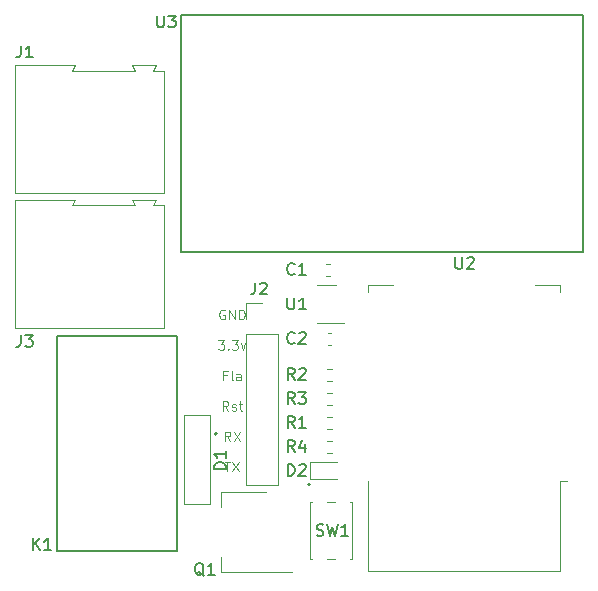
<source format=gto>
G04 #@! TF.GenerationSoftware,KiCad,Pcbnew,6.0.7-f9a2dced07~116~ubuntu20.04.1*
G04 #@! TF.CreationDate,2022-10-29T19:31:28+02:00*
G04 #@! TF.ProjectId,AC Relay,41432052-656c-4617-992e-6b696361645f,rev?*
G04 #@! TF.SameCoordinates,Original*
G04 #@! TF.FileFunction,Legend,Top*
G04 #@! TF.FilePolarity,Positive*
%FSLAX46Y46*%
G04 Gerber Fmt 4.6, Leading zero omitted, Abs format (unit mm)*
G04 Created by KiCad (PCBNEW 6.0.7-f9a2dced07~116~ubuntu20.04.1) date 2022-10-29 19:31:28*
%MOMM*%
%LPD*%
G01*
G04 APERTURE LIST*
%ADD10C,0.150000*%
%ADD11C,0.125000*%
%ADD12C,0.120000*%
G04 APERTURE END LIST*
D10*
X86100000Y-83500000D02*
G75*
G03*
X86100000Y-83500000I-100000J0D01*
G01*
X94000000Y-87800000D02*
G75*
G03*
X94000000Y-87800000I-100000J0D01*
G01*
D11*
X86766476Y-73043000D02*
X86690285Y-73004904D01*
X86576000Y-73004904D01*
X86461714Y-73043000D01*
X86385523Y-73119190D01*
X86347428Y-73195380D01*
X86309333Y-73347761D01*
X86309333Y-73462047D01*
X86347428Y-73614428D01*
X86385523Y-73690619D01*
X86461714Y-73766809D01*
X86576000Y-73804904D01*
X86652190Y-73804904D01*
X86766476Y-73766809D01*
X86804571Y-73728714D01*
X86804571Y-73462047D01*
X86652190Y-73462047D01*
X87147428Y-73804904D02*
X87147428Y-73004904D01*
X87604571Y-73804904D01*
X87604571Y-73004904D01*
X87985523Y-73804904D02*
X87985523Y-73004904D01*
X88176000Y-73004904D01*
X88290285Y-73043000D01*
X88366476Y-73119190D01*
X88404571Y-73195380D01*
X88442666Y-73347761D01*
X88442666Y-73462047D01*
X88404571Y-73614428D01*
X88366476Y-73690619D01*
X88290285Y-73766809D01*
X88176000Y-73804904D01*
X87985523Y-73804904D01*
X86233142Y-75580904D02*
X86728380Y-75580904D01*
X86461714Y-75885666D01*
X86576000Y-75885666D01*
X86652190Y-75923761D01*
X86690285Y-75961857D01*
X86728380Y-76038047D01*
X86728380Y-76228523D01*
X86690285Y-76304714D01*
X86652190Y-76342809D01*
X86576000Y-76380904D01*
X86347428Y-76380904D01*
X86271238Y-76342809D01*
X86233142Y-76304714D01*
X87071238Y-76304714D02*
X87109333Y-76342809D01*
X87071238Y-76380904D01*
X87033142Y-76342809D01*
X87071238Y-76304714D01*
X87071238Y-76380904D01*
X87376000Y-75580904D02*
X87871238Y-75580904D01*
X87604571Y-75885666D01*
X87718857Y-75885666D01*
X87795047Y-75923761D01*
X87833142Y-75961857D01*
X87871238Y-76038047D01*
X87871238Y-76228523D01*
X87833142Y-76304714D01*
X87795047Y-76342809D01*
X87718857Y-76380904D01*
X87490285Y-76380904D01*
X87414095Y-76342809D01*
X87376000Y-76304714D01*
X88137904Y-75847571D02*
X88328380Y-76380904D01*
X88518857Y-75847571D01*
X86918857Y-78537857D02*
X86652190Y-78537857D01*
X86652190Y-78956904D02*
X86652190Y-78156904D01*
X87033142Y-78156904D01*
X87452190Y-78956904D02*
X87376000Y-78918809D01*
X87337904Y-78842619D01*
X87337904Y-78156904D01*
X88099809Y-78956904D02*
X88099809Y-78537857D01*
X88061714Y-78461666D01*
X87985523Y-78423571D01*
X87833142Y-78423571D01*
X87756952Y-78461666D01*
X88099809Y-78918809D02*
X88023619Y-78956904D01*
X87833142Y-78956904D01*
X87756952Y-78918809D01*
X87718857Y-78842619D01*
X87718857Y-78766428D01*
X87756952Y-78690238D01*
X87833142Y-78652142D01*
X88023619Y-78652142D01*
X88099809Y-78614047D01*
X87071238Y-81532904D02*
X86804571Y-81151952D01*
X86614095Y-81532904D02*
X86614095Y-80732904D01*
X86918857Y-80732904D01*
X86995047Y-80771000D01*
X87033142Y-80809095D01*
X87071238Y-80885285D01*
X87071238Y-80999571D01*
X87033142Y-81075761D01*
X86995047Y-81113857D01*
X86918857Y-81151952D01*
X86614095Y-81151952D01*
X87376000Y-81494809D02*
X87452190Y-81532904D01*
X87604571Y-81532904D01*
X87680761Y-81494809D01*
X87718857Y-81418619D01*
X87718857Y-81380523D01*
X87680761Y-81304333D01*
X87604571Y-81266238D01*
X87490285Y-81266238D01*
X87414095Y-81228142D01*
X87376000Y-81151952D01*
X87376000Y-81113857D01*
X87414095Y-81037666D01*
X87490285Y-80999571D01*
X87604571Y-80999571D01*
X87680761Y-81037666D01*
X87947428Y-80999571D02*
X88252190Y-80999571D01*
X88061714Y-80732904D02*
X88061714Y-81418619D01*
X88099809Y-81494809D01*
X88176000Y-81532904D01*
X88252190Y-81532904D01*
X87242666Y-84108904D02*
X86976000Y-83727952D01*
X86785523Y-84108904D02*
X86785523Y-83308904D01*
X87090285Y-83308904D01*
X87166476Y-83347000D01*
X87204571Y-83385095D01*
X87242666Y-83461285D01*
X87242666Y-83575571D01*
X87204571Y-83651761D01*
X87166476Y-83689857D01*
X87090285Y-83727952D01*
X86785523Y-83727952D01*
X87509333Y-83308904D02*
X88042666Y-84108904D01*
X88042666Y-83308904D02*
X87509333Y-84108904D01*
X86766476Y-85884904D02*
X87223619Y-85884904D01*
X86995047Y-86684904D02*
X86995047Y-85884904D01*
X87414095Y-85884904D02*
X87947428Y-86684904D01*
X87947428Y-85884904D02*
X87414095Y-86684904D01*
D10*
X86852380Y-86488095D02*
X85852380Y-86488095D01*
X85852380Y-86250000D01*
X85900000Y-86107142D01*
X85995238Y-86011904D01*
X86090476Y-85964285D01*
X86280952Y-85916666D01*
X86423809Y-85916666D01*
X86614285Y-85964285D01*
X86709523Y-86011904D01*
X86804761Y-86107142D01*
X86852380Y-86250000D01*
X86852380Y-86488095D01*
X86852380Y-84964285D02*
X86852380Y-85535714D01*
X86852380Y-85250000D02*
X85852380Y-85250000D01*
X85995238Y-85345238D01*
X86090476Y-85440476D01*
X86138095Y-85535714D01*
X81026095Y-48093380D02*
X81026095Y-48902904D01*
X81073714Y-48998142D01*
X81121333Y-49045761D01*
X81216571Y-49093380D01*
X81407047Y-49093380D01*
X81502285Y-49045761D01*
X81549904Y-48998142D01*
X81597523Y-48902904D01*
X81597523Y-48093380D01*
X81978476Y-48093380D02*
X82597523Y-48093380D01*
X82264190Y-48474333D01*
X82407047Y-48474333D01*
X82502285Y-48521952D01*
X82549904Y-48569571D01*
X82597523Y-48664809D01*
X82597523Y-48902904D01*
X82549904Y-48998142D01*
X82502285Y-49045761D01*
X82407047Y-49093380D01*
X82121333Y-49093380D01*
X82026095Y-49045761D01*
X81978476Y-48998142D01*
X69505666Y-50633380D02*
X69505666Y-51347666D01*
X69458047Y-51490523D01*
X69362809Y-51585761D01*
X69219952Y-51633380D01*
X69124714Y-51633380D01*
X70505666Y-51633380D02*
X69934238Y-51633380D01*
X70219952Y-51633380D02*
X70219952Y-50633380D01*
X70124714Y-50776238D01*
X70029476Y-50871476D01*
X69934238Y-50919095D01*
X69505666Y-75127380D02*
X69505666Y-75841666D01*
X69458047Y-75984523D01*
X69362809Y-76079761D01*
X69219952Y-76127380D01*
X69124714Y-76127380D01*
X69886619Y-75127380D02*
X70505666Y-75127380D01*
X70172333Y-75508333D01*
X70315190Y-75508333D01*
X70410428Y-75555952D01*
X70458047Y-75603571D01*
X70505666Y-75698809D01*
X70505666Y-75936904D01*
X70458047Y-76032142D01*
X70410428Y-76079761D01*
X70315190Y-76127380D01*
X70029476Y-76127380D01*
X69934238Y-76079761D01*
X69886619Y-76032142D01*
X92670333Y-85034380D02*
X92337000Y-84558190D01*
X92098904Y-85034380D02*
X92098904Y-84034380D01*
X92479857Y-84034380D01*
X92575095Y-84082000D01*
X92622714Y-84129619D01*
X92670333Y-84224857D01*
X92670333Y-84367714D01*
X92622714Y-84462952D01*
X92575095Y-84510571D01*
X92479857Y-84558190D01*
X92098904Y-84558190D01*
X93527476Y-84367714D02*
X93527476Y-85034380D01*
X93289380Y-83986761D02*
X93051285Y-84701047D01*
X93670333Y-84701047D01*
X92670333Y-80970380D02*
X92337000Y-80494190D01*
X92098904Y-80970380D02*
X92098904Y-79970380D01*
X92479857Y-79970380D01*
X92575095Y-80018000D01*
X92622714Y-80065619D01*
X92670333Y-80160857D01*
X92670333Y-80303714D01*
X92622714Y-80398952D01*
X92575095Y-80446571D01*
X92479857Y-80494190D01*
X92098904Y-80494190D01*
X93003666Y-79970380D02*
X93622714Y-79970380D01*
X93289380Y-80351333D01*
X93432238Y-80351333D01*
X93527476Y-80398952D01*
X93575095Y-80446571D01*
X93622714Y-80541809D01*
X93622714Y-80779904D01*
X93575095Y-80875142D01*
X93527476Y-80922761D01*
X93432238Y-80970380D01*
X93146523Y-80970380D01*
X93051285Y-80922761D01*
X93003666Y-80875142D01*
X92670333Y-78938380D02*
X92337000Y-78462190D01*
X92098904Y-78938380D02*
X92098904Y-77938380D01*
X92479857Y-77938380D01*
X92575095Y-77986000D01*
X92622714Y-78033619D01*
X92670333Y-78128857D01*
X92670333Y-78271714D01*
X92622714Y-78366952D01*
X92575095Y-78414571D01*
X92479857Y-78462190D01*
X92098904Y-78462190D01*
X93051285Y-78033619D02*
X93098904Y-77986000D01*
X93194142Y-77938380D01*
X93432238Y-77938380D01*
X93527476Y-77986000D01*
X93575095Y-78033619D01*
X93622714Y-78128857D01*
X93622714Y-78224095D01*
X93575095Y-78366952D01*
X93003666Y-78938380D01*
X93622714Y-78938380D01*
X92670333Y-83002380D02*
X92337000Y-82526190D01*
X92098904Y-83002380D02*
X92098904Y-82002380D01*
X92479857Y-82002380D01*
X92575095Y-82050000D01*
X92622714Y-82097619D01*
X92670333Y-82192857D01*
X92670333Y-82335714D01*
X92622714Y-82430952D01*
X92575095Y-82478571D01*
X92479857Y-82526190D01*
X92098904Y-82526190D01*
X93622714Y-83002380D02*
X93051285Y-83002380D01*
X93337000Y-83002380D02*
X93337000Y-82002380D01*
X93241761Y-82145238D01*
X93146523Y-82240476D01*
X93051285Y-82288095D01*
X106299095Y-68540380D02*
X106299095Y-69349904D01*
X106346714Y-69445142D01*
X106394333Y-69492761D01*
X106489571Y-69540380D01*
X106680047Y-69540380D01*
X106775285Y-69492761D01*
X106822904Y-69445142D01*
X106870523Y-69349904D01*
X106870523Y-68540380D01*
X107299095Y-68635619D02*
X107346714Y-68588000D01*
X107441952Y-68540380D01*
X107680047Y-68540380D01*
X107775285Y-68588000D01*
X107822904Y-68635619D01*
X107870523Y-68730857D01*
X107870523Y-68826095D01*
X107822904Y-68968952D01*
X107251476Y-69540380D01*
X107870523Y-69540380D01*
X92075095Y-71969380D02*
X92075095Y-72778904D01*
X92122714Y-72874142D01*
X92170333Y-72921761D01*
X92265571Y-72969380D01*
X92456047Y-72969380D01*
X92551285Y-72921761D01*
X92598904Y-72874142D01*
X92646523Y-72778904D01*
X92646523Y-71969380D01*
X93646523Y-72969380D02*
X93075095Y-72969380D01*
X93360809Y-72969380D02*
X93360809Y-71969380D01*
X93265571Y-72112238D01*
X93170333Y-72207476D01*
X93075095Y-72255095D01*
X92098904Y-87066380D02*
X92098904Y-86066380D01*
X92337000Y-86066380D01*
X92479857Y-86114000D01*
X92575095Y-86209238D01*
X92622714Y-86304476D01*
X92670333Y-86494952D01*
X92670333Y-86637809D01*
X92622714Y-86828285D01*
X92575095Y-86923523D01*
X92479857Y-87018761D01*
X92337000Y-87066380D01*
X92098904Y-87066380D01*
X93051285Y-86161619D02*
X93098904Y-86114000D01*
X93194142Y-86066380D01*
X93432238Y-86066380D01*
X93527476Y-86114000D01*
X93575095Y-86161619D01*
X93622714Y-86256857D01*
X93622714Y-86352095D01*
X93575095Y-86494952D01*
X93003666Y-87066380D01*
X93622714Y-87066380D01*
X89328666Y-70699380D02*
X89328666Y-71413666D01*
X89281047Y-71556523D01*
X89185809Y-71651761D01*
X89042952Y-71699380D01*
X88947714Y-71699380D01*
X89757238Y-70794619D02*
X89804857Y-70747000D01*
X89900095Y-70699380D01*
X90138190Y-70699380D01*
X90233428Y-70747000D01*
X90281047Y-70794619D01*
X90328666Y-70889857D01*
X90328666Y-70985095D01*
X90281047Y-71127952D01*
X89709619Y-71699380D01*
X90328666Y-71699380D01*
X92670333Y-69953142D02*
X92622714Y-70000761D01*
X92479857Y-70048380D01*
X92384619Y-70048380D01*
X92241761Y-70000761D01*
X92146523Y-69905523D01*
X92098904Y-69810285D01*
X92051285Y-69619809D01*
X92051285Y-69476952D01*
X92098904Y-69286476D01*
X92146523Y-69191238D01*
X92241761Y-69096000D01*
X92384619Y-69048380D01*
X92479857Y-69048380D01*
X92622714Y-69096000D01*
X92670333Y-69143619D01*
X93622714Y-70048380D02*
X93051285Y-70048380D01*
X93337000Y-70048380D02*
X93337000Y-69048380D01*
X93241761Y-69191238D01*
X93146523Y-69286476D01*
X93051285Y-69334095D01*
X92670333Y-75795142D02*
X92622714Y-75842761D01*
X92479857Y-75890380D01*
X92384619Y-75890380D01*
X92241761Y-75842761D01*
X92146523Y-75747523D01*
X92098904Y-75652285D01*
X92051285Y-75461809D01*
X92051285Y-75318952D01*
X92098904Y-75128476D01*
X92146523Y-75033238D01*
X92241761Y-74938000D01*
X92384619Y-74890380D01*
X92479857Y-74890380D01*
X92622714Y-74938000D01*
X92670333Y-74985619D01*
X93051285Y-74985619D02*
X93098904Y-74938000D01*
X93194142Y-74890380D01*
X93432238Y-74890380D01*
X93527476Y-74938000D01*
X93575095Y-74985619D01*
X93622714Y-75080857D01*
X93622714Y-75176095D01*
X93575095Y-75318952D01*
X93003666Y-75890380D01*
X93622714Y-75890380D01*
X94551666Y-92098761D02*
X94694523Y-92146380D01*
X94932619Y-92146380D01*
X95027857Y-92098761D01*
X95075476Y-92051142D01*
X95123095Y-91955904D01*
X95123095Y-91860666D01*
X95075476Y-91765428D01*
X95027857Y-91717809D01*
X94932619Y-91670190D01*
X94742142Y-91622571D01*
X94646904Y-91574952D01*
X94599285Y-91527333D01*
X94551666Y-91432095D01*
X94551666Y-91336857D01*
X94599285Y-91241619D01*
X94646904Y-91194000D01*
X94742142Y-91146380D01*
X94980238Y-91146380D01*
X95123095Y-91194000D01*
X95456428Y-91146380D02*
X95694523Y-92146380D01*
X95885000Y-91432095D01*
X96075476Y-92146380D01*
X96313571Y-91146380D01*
X97218333Y-92146380D02*
X96646904Y-92146380D01*
X96932619Y-92146380D02*
X96932619Y-91146380D01*
X96837380Y-91289238D01*
X96742142Y-91384476D01*
X96646904Y-91432095D01*
X84994761Y-95543619D02*
X84899523Y-95496000D01*
X84804285Y-95400761D01*
X84661428Y-95257904D01*
X84566190Y-95210285D01*
X84470952Y-95210285D01*
X84518571Y-95448380D02*
X84423333Y-95400761D01*
X84328095Y-95305523D01*
X84280476Y-95115047D01*
X84280476Y-94781714D01*
X84328095Y-94591238D01*
X84423333Y-94496000D01*
X84518571Y-94448380D01*
X84709047Y-94448380D01*
X84804285Y-94496000D01*
X84899523Y-94591238D01*
X84947142Y-94781714D01*
X84947142Y-95115047D01*
X84899523Y-95305523D01*
X84804285Y-95400761D01*
X84709047Y-95448380D01*
X84518571Y-95448380D01*
X85899523Y-95448380D02*
X85328095Y-95448380D01*
X85613809Y-95448380D02*
X85613809Y-94448380D01*
X85518571Y-94591238D01*
X85423333Y-94686476D01*
X85328095Y-94734095D01*
X70524404Y-93337380D02*
X70524404Y-92337380D01*
X71095833Y-93337380D02*
X70667261Y-92765952D01*
X71095833Y-92337380D02*
X70524404Y-92908809D01*
X72048214Y-93337380D02*
X71476785Y-93337380D01*
X71762500Y-93337380D02*
X71762500Y-92337380D01*
X71667261Y-92480238D01*
X71572023Y-92575476D01*
X71476785Y-92623095D01*
D12*
X83300000Y-81950000D02*
X83300000Y-89450000D01*
X83300000Y-89450000D02*
X85500000Y-89450000D01*
X85500000Y-89450000D02*
X85500000Y-81950000D01*
X83300000Y-81950000D02*
X85500000Y-81950000D01*
D10*
X83058000Y-68072000D02*
X83058000Y-48006000D01*
X117094000Y-68072000D02*
X83058000Y-68072000D01*
X83058000Y-48006000D02*
X117094000Y-48006000D01*
X117094000Y-48006000D02*
X117094000Y-68072000D01*
D12*
X81600000Y-63102000D02*
X81600000Y-52752000D01*
X80900000Y-52252000D02*
X79000000Y-52252000D01*
X74100000Y-52252000D02*
X69000000Y-52252000D01*
X81600000Y-52752000D02*
X80650000Y-52752000D01*
X69000000Y-63102000D02*
X81600000Y-63102000D01*
X73800000Y-52752000D02*
X74100000Y-52252000D01*
X79200000Y-52752000D02*
X73800000Y-52752000D01*
X80650000Y-52752000D02*
X80900000Y-52252000D01*
X79000000Y-52252000D02*
X78950000Y-52252000D01*
X69000000Y-52252000D02*
X69000000Y-63102000D01*
X78950000Y-52252000D02*
X79200000Y-52752000D01*
X69000000Y-74515000D02*
X81600000Y-74515000D01*
X80900000Y-63665000D02*
X79000000Y-63665000D01*
X74100000Y-63665000D02*
X69000000Y-63665000D01*
X79000000Y-63665000D02*
X78950000Y-63665000D01*
X81600000Y-74515000D02*
X81600000Y-64165000D01*
X78950000Y-63665000D02*
X79200000Y-64165000D01*
X73800000Y-64165000D02*
X74100000Y-63665000D01*
X69000000Y-63665000D02*
X69000000Y-74515000D01*
X79200000Y-64165000D02*
X73800000Y-64165000D01*
X80650000Y-64165000D02*
X80900000Y-63665000D01*
X81600000Y-64165000D02*
X80650000Y-64165000D01*
X95802267Y-84072000D02*
X95459733Y-84072000D01*
X95802267Y-85092000D02*
X95459733Y-85092000D01*
X95802267Y-81028000D02*
X95459733Y-81028000D01*
X95802267Y-80008000D02*
X95459733Y-80008000D01*
X95459733Y-78996000D02*
X95802267Y-78996000D01*
X95459733Y-77976000D02*
X95802267Y-77976000D01*
X95802267Y-82040000D02*
X95459733Y-82040000D01*
X95802267Y-83060000D02*
X95459733Y-83060000D01*
X98921000Y-70898000D02*
X101041000Y-70898000D01*
X115161000Y-70898000D02*
X115161000Y-71518000D01*
X115161000Y-95138000D02*
X98921000Y-95138000D01*
X98921000Y-71518000D02*
X98921000Y-70898000D01*
X115161000Y-87518000D02*
X115771000Y-87518000D01*
X98921000Y-95138000D02*
X98921000Y-87518000D01*
X115161000Y-87518000D02*
X115161000Y-95138000D01*
X113041000Y-70898000D02*
X115161000Y-70898000D01*
X96177000Y-70917000D02*
X94577000Y-70917000D01*
X94577000Y-74117000D02*
X96877000Y-74117000D01*
X96304000Y-85879000D02*
X94019000Y-85879000D01*
X94019000Y-85879000D02*
X94019000Y-87349000D01*
X94019000Y-87349000D02*
X96304000Y-87349000D01*
X88586000Y-72457000D02*
X89916000Y-72457000D01*
X88586000Y-75057000D02*
X88586000Y-87817000D01*
X91246000Y-75057000D02*
X91246000Y-87817000D01*
X88586000Y-87817000D02*
X91246000Y-87817000D01*
X88586000Y-73787000D02*
X88586000Y-72457000D01*
X88586000Y-75057000D02*
X91246000Y-75057000D01*
X95666779Y-70106000D02*
X95341221Y-70106000D01*
X95666779Y-69086000D02*
X95341221Y-69086000D01*
X95468221Y-75948000D02*
X95793779Y-75948000D01*
X95468221Y-74928000D02*
X95793779Y-74928000D01*
X96108000Y-89244000D02*
X95408000Y-89244000D01*
X97508000Y-94144000D02*
X97408000Y-94144000D01*
X94008000Y-89244000D02*
X94008000Y-94144000D01*
X94108000Y-89244000D02*
X94008000Y-89244000D01*
X94008000Y-94144000D02*
X94108000Y-94144000D01*
X97508000Y-89244000D02*
X97408000Y-89244000D01*
X96108000Y-94144000D02*
X95408000Y-94144000D01*
X97508000Y-94144000D02*
X97508000Y-89244000D01*
X86482000Y-88411000D02*
X86482000Y-89671000D01*
X90242000Y-88411000D02*
X86482000Y-88411000D01*
X86482000Y-95231000D02*
X86482000Y-93971000D01*
X92492000Y-95231000D02*
X86482000Y-95231000D01*
D10*
X82692500Y-75232000D02*
X72532500Y-75232000D01*
X72532500Y-93393000D02*
X82692500Y-93393000D01*
X72532500Y-75232000D02*
X72532500Y-93393000D01*
X82692500Y-93393000D02*
X82692500Y-75232000D01*
M02*

</source>
